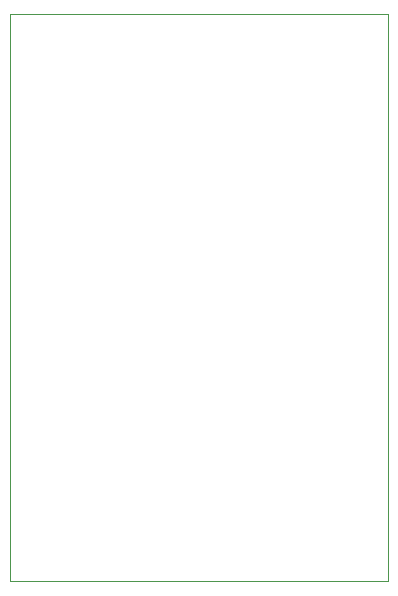
<source format=gbr>
%TF.GenerationSoftware,KiCad,Pcbnew,7.0.1*%
%TF.CreationDate,2023-06-22T21:15:45-04:00*%
%TF.ProjectId,lnbf-psu,6c6e6266-2d70-4737-952e-6b696361645f,1*%
%TF.SameCoordinates,Original*%
%TF.FileFunction,Profile,NP*%
%FSLAX46Y46*%
G04 Gerber Fmt 4.6, Leading zero omitted, Abs format (unit mm)*
G04 Created by KiCad (PCBNEW 7.0.1) date 2023-06-22 21:15:45*
%MOMM*%
%LPD*%
G01*
G04 APERTURE LIST*
%TA.AperFunction,Profile*%
%ADD10C,0.100000*%
%TD*%
G04 APERTURE END LIST*
D10*
X143000000Y-92000000D02*
X175000000Y-92000000D01*
X175000000Y-140000000D01*
X143000000Y-140000000D01*
X143000000Y-92000000D01*
M02*

</source>
